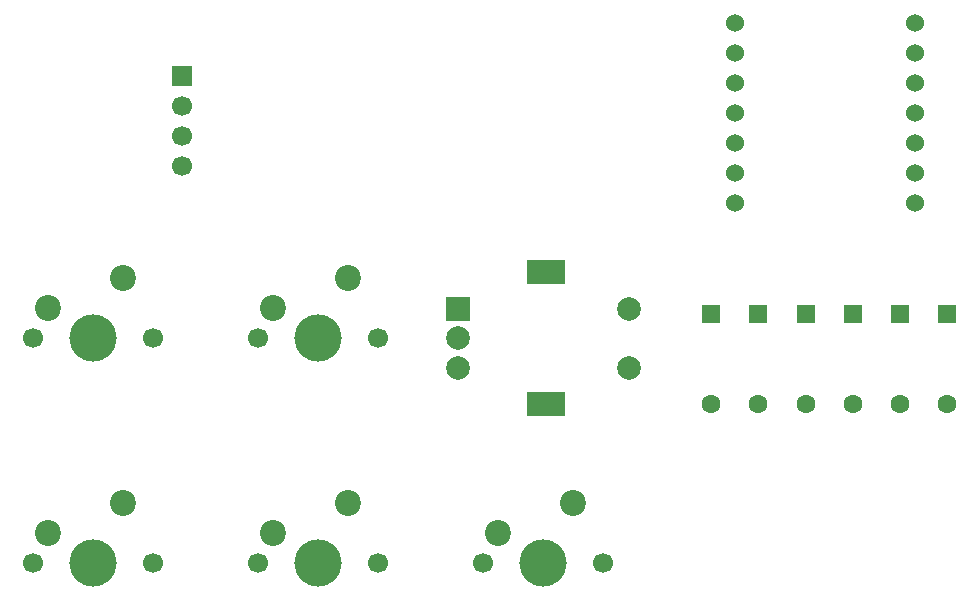
<source format=gbr>
%TF.GenerationSoftware,KiCad,Pcbnew,9.0.7*%
%TF.CreationDate,2026-01-11T22:49:09+06:00*%
%TF.ProjectId,pcb,7063622e-6b69-4636-9164-5f7063625858,rev?*%
%TF.SameCoordinates,Original*%
%TF.FileFunction,Soldermask,Bot*%
%TF.FilePolarity,Negative*%
%FSLAX46Y46*%
G04 Gerber Fmt 4.6, Leading zero omitted, Abs format (unit mm)*
G04 Created by KiCad (PCBNEW 9.0.7) date 2026-01-11 22:49:09*
%MOMM*%
%LPD*%
G01*
G04 APERTURE LIST*
G04 Aperture macros list*
%AMRoundRect*
0 Rectangle with rounded corners*
0 $1 Rounding radius*
0 $2 $3 $4 $5 $6 $7 $8 $9 X,Y pos of 4 corners*
0 Add a 4 corners polygon primitive as box body*
4,1,4,$2,$3,$4,$5,$6,$7,$8,$9,$2,$3,0*
0 Add four circle primitives for the rounded corners*
1,1,$1+$1,$2,$3*
1,1,$1+$1,$4,$5*
1,1,$1+$1,$6,$7*
1,1,$1+$1,$8,$9*
0 Add four rect primitives between the rounded corners*
20,1,$1+$1,$2,$3,$4,$5,0*
20,1,$1+$1,$4,$5,$6,$7,0*
20,1,$1+$1,$6,$7,$8,$9,0*
20,1,$1+$1,$8,$9,$2,$3,0*%
G04 Aperture macros list end*
%ADD10RoundRect,0.250000X-0.550000X0.550000X-0.550000X-0.550000X0.550000X-0.550000X0.550000X0.550000X0*%
%ADD11C,1.600000*%
%ADD12C,1.700000*%
%ADD13C,4.000000*%
%ADD14C,2.200000*%
%ADD15C,1.524000*%
%ADD16R,2.000000X2.000000*%
%ADD17C,2.000000*%
%ADD18R,3.200000X2.000000*%
%ADD19R,1.700000X1.700000*%
G04 APERTURE END LIST*
D10*
%TO.C,D7*%
X173000000Y-74190000D03*
D11*
X173000000Y-81810000D03*
%TD*%
D12*
%TO.C,SW4*%
X118676250Y-95250000D03*
D13*
X123756250Y-95250000D03*
D12*
X128836250Y-95250000D03*
D14*
X126296250Y-90170000D03*
X119946250Y-92710000D03*
%TD*%
D12*
%TO.C,SW1*%
X99626250Y-76200000D03*
D13*
X104706250Y-76200000D03*
D12*
X109786250Y-76200000D03*
D14*
X107246250Y-71120000D03*
X100896250Y-73660000D03*
%TD*%
D10*
%TO.C,D5*%
X165000000Y-74190000D03*
D11*
X165000000Y-81810000D03*
%TD*%
D10*
%TO.C,D4*%
X161000000Y-74190000D03*
D11*
X161000000Y-81810000D03*
%TD*%
D10*
%TO.C,D8*%
X177000000Y-74190000D03*
D11*
X177000000Y-81810000D03*
%TD*%
D15*
%TO.C,U1*%
X159067500Y-49530000D03*
X159067500Y-52070000D03*
X159067500Y-54610000D03*
X159067500Y-57150000D03*
X159067500Y-59690000D03*
X159067500Y-62230000D03*
X159067500Y-64770000D03*
X174307500Y-64770000D03*
X174307500Y-62230000D03*
X174307500Y-59690000D03*
X174307500Y-57150000D03*
X174307500Y-54610000D03*
X174307500Y-52070000D03*
X174307500Y-49530000D03*
%TD*%
D10*
%TO.C,D6*%
X169000000Y-74190000D03*
D11*
X169000000Y-81810000D03*
%TD*%
D12*
%TO.C,SW5*%
X137726250Y-95250000D03*
D13*
X142806250Y-95250000D03*
D12*
X147886250Y-95250000D03*
D14*
X145346250Y-90170000D03*
X138996250Y-92710000D03*
%TD*%
D10*
%TO.C,D3*%
X157000000Y-74190000D03*
D11*
X157000000Y-81810000D03*
%TD*%
D16*
%TO.C,SW6*%
X135556250Y-73700000D03*
D17*
X135556250Y-78700000D03*
X135556250Y-76200000D03*
D18*
X143056250Y-70600000D03*
X143056250Y-81800000D03*
D17*
X150056250Y-78700000D03*
X150056250Y-73700000D03*
%TD*%
D12*
%TO.C,SW3*%
X99626250Y-95250000D03*
D13*
X104706250Y-95250000D03*
D12*
X109786250Y-95250000D03*
D14*
X107246250Y-90170000D03*
X100896250Y-92710000D03*
%TD*%
D19*
%TO.C,J1*%
X112250000Y-54000000D03*
D12*
X112250000Y-56540000D03*
X112250000Y-59080000D03*
X112250000Y-61620000D03*
%TD*%
%TO.C,SW2*%
X118676250Y-76200000D03*
D13*
X123756250Y-76200000D03*
D12*
X128836250Y-76200000D03*
D14*
X126296250Y-71120000D03*
X119946250Y-73660000D03*
%TD*%
M02*

</source>
